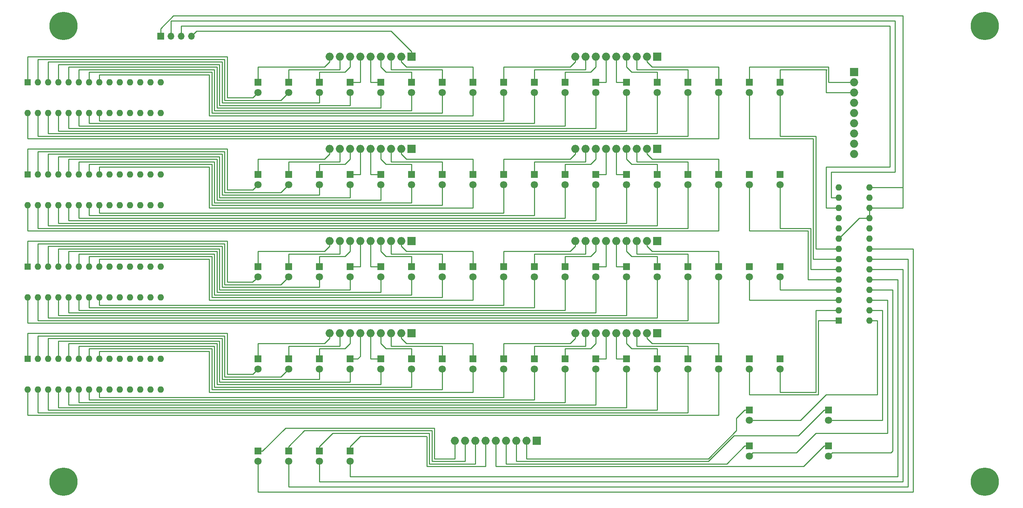
<source format=gbr>
G04 #@! TF.FileFunction,Copper,L2,Bot,Signal*
%FSLAX46Y46*%
G04 Gerber Fmt 4.6, Leading zero omitted, Abs format (unit mm)*
G04 Created by KiCad (PCBNEW 4.0.6) date 08/19/17 22:28:35*
%MOMM*%
%LPD*%
G01*
G04 APERTURE LIST*
%ADD10C,0.100000*%
%ADD11R,1.600000X1.600000*%
%ADD12O,1.600000X1.600000*%
%ADD13R,1.800000X1.800000*%
%ADD14C,1.800000*%
%ADD15R,1.700000X1.700000*%
%ADD16O,1.700000X1.700000*%
%ADD17O,1.998980X1.998980*%
%ADD18R,1.998980X1.998980*%
%ADD19C,7.000000*%
%ADD20C,0.250000*%
G04 APERTURE END LIST*
D10*
D11*
X219710000Y-96520000D03*
D12*
X227330000Y-63500000D03*
X219710000Y-93980000D03*
X227330000Y-66040000D03*
X219710000Y-91440000D03*
X227330000Y-68580000D03*
X219710000Y-88900000D03*
X227330000Y-71120000D03*
X219710000Y-86360000D03*
X227330000Y-73660000D03*
X219710000Y-83820000D03*
X227330000Y-76200000D03*
X219710000Y-81280000D03*
X227330000Y-78740000D03*
X219710000Y-78740000D03*
X227330000Y-81280000D03*
X219710000Y-76200000D03*
X227330000Y-83820000D03*
X219710000Y-73660000D03*
X227330000Y-86360000D03*
X219710000Y-71120000D03*
X227330000Y-88900000D03*
X219710000Y-68580000D03*
X227330000Y-91440000D03*
X219710000Y-66040000D03*
X227330000Y-93980000D03*
X219710000Y-63500000D03*
X227330000Y-96520000D03*
D13*
X217170000Y-127635000D03*
D14*
X217170000Y-130175000D03*
D13*
X217170000Y-118745000D03*
D14*
X217170000Y-121285000D03*
D13*
X197485000Y-127635000D03*
D14*
X197485000Y-130175000D03*
D13*
X197485000Y-118745000D03*
D14*
X197485000Y-121285000D03*
D13*
X75565000Y-37465000D03*
D14*
X75565000Y-40005000D03*
D13*
X83185000Y-37465000D03*
D14*
X83185000Y-40005000D03*
D13*
X90805000Y-37465000D03*
D14*
X90805000Y-40005000D03*
D13*
X98425000Y-37465000D03*
D14*
X98425000Y-40005000D03*
D13*
X106045000Y-37465000D03*
D14*
X106045000Y-40005000D03*
D13*
X113665000Y-37465000D03*
D14*
X113665000Y-40005000D03*
D13*
X121285000Y-37465000D03*
D14*
X121285000Y-40005000D03*
D13*
X128905000Y-37465000D03*
D14*
X128905000Y-40005000D03*
D13*
X136525000Y-37465000D03*
D14*
X136525000Y-40005000D03*
D13*
X144145000Y-37465000D03*
D14*
X144145000Y-40005000D03*
D13*
X151765000Y-37465000D03*
D14*
X151765000Y-40005000D03*
D13*
X159385000Y-37465000D03*
D14*
X159385000Y-40005000D03*
D13*
X167005000Y-37465000D03*
D14*
X167005000Y-40005000D03*
D13*
X174625000Y-37465000D03*
D14*
X174625000Y-40005000D03*
D13*
X182245000Y-37465000D03*
D14*
X182245000Y-40005000D03*
D13*
X189865000Y-37465000D03*
D14*
X189865000Y-40005000D03*
D13*
X197485000Y-37465000D03*
D14*
X197485000Y-40005000D03*
D13*
X205105000Y-37465000D03*
D14*
X205105000Y-40005000D03*
D13*
X75565000Y-83185000D03*
D14*
X75565000Y-85725000D03*
D13*
X83185000Y-83185000D03*
D14*
X83185000Y-85725000D03*
D13*
X90805000Y-83185000D03*
D14*
X90805000Y-85725000D03*
D13*
X98425000Y-83185000D03*
D14*
X98425000Y-85725000D03*
D13*
X106045000Y-83185000D03*
D14*
X106045000Y-85725000D03*
D13*
X113665000Y-83185000D03*
D14*
X113665000Y-85725000D03*
D13*
X121285000Y-83185000D03*
D14*
X121285000Y-85725000D03*
D13*
X128905000Y-83185000D03*
D14*
X128905000Y-85725000D03*
D13*
X136525000Y-83185000D03*
D14*
X136525000Y-85725000D03*
D13*
X144145000Y-83185000D03*
D14*
X144145000Y-85725000D03*
D13*
X151765000Y-83185000D03*
D14*
X151765000Y-85725000D03*
D13*
X159385000Y-83185000D03*
D14*
X159385000Y-85725000D03*
D13*
X167005000Y-83185000D03*
D14*
X167005000Y-85725000D03*
D13*
X174625000Y-83185000D03*
D14*
X174625000Y-85725000D03*
D13*
X182245000Y-83185000D03*
D14*
X182245000Y-85725000D03*
D13*
X189865000Y-83185000D03*
D14*
X189865000Y-85725000D03*
D13*
X197485000Y-83185000D03*
D14*
X197485000Y-85725000D03*
D13*
X205105000Y-83185000D03*
D14*
X205105000Y-85725000D03*
D13*
X75565000Y-60325000D03*
D14*
X75565000Y-62865000D03*
D13*
X83185000Y-60325000D03*
D14*
X83185000Y-62865000D03*
D13*
X90805000Y-60325000D03*
D14*
X90805000Y-62865000D03*
D13*
X98425000Y-60325000D03*
D14*
X98425000Y-62865000D03*
D13*
X106045000Y-60325000D03*
D14*
X106045000Y-62865000D03*
D13*
X113665000Y-60325000D03*
D14*
X113665000Y-62865000D03*
D13*
X121285000Y-60325000D03*
D14*
X121285000Y-62865000D03*
D13*
X128905000Y-60325000D03*
D14*
X128905000Y-62865000D03*
D13*
X136525000Y-60325000D03*
D14*
X136525000Y-62865000D03*
D13*
X144145000Y-60325000D03*
D14*
X144145000Y-62865000D03*
D13*
X151765000Y-60325000D03*
D14*
X151765000Y-62865000D03*
D13*
X159385000Y-60325000D03*
D14*
X159385000Y-62865000D03*
D13*
X167005000Y-60325000D03*
D14*
X167005000Y-62865000D03*
D13*
X174625000Y-60325000D03*
D14*
X174625000Y-62865000D03*
D13*
X182245000Y-60325000D03*
D14*
X182245000Y-62865000D03*
D13*
X189865000Y-60325000D03*
D14*
X189865000Y-62865000D03*
D13*
X197485000Y-60325000D03*
D14*
X197485000Y-62865000D03*
D13*
X205105000Y-60325000D03*
D14*
X205105000Y-62865000D03*
D13*
X75565000Y-106045000D03*
D14*
X75565000Y-108585000D03*
D13*
X83185000Y-106045000D03*
D14*
X83185000Y-108585000D03*
D13*
X90805000Y-106045000D03*
D14*
X90805000Y-108585000D03*
D13*
X98425000Y-106045000D03*
D14*
X98425000Y-108585000D03*
D13*
X106045000Y-106045000D03*
D14*
X106045000Y-108585000D03*
D13*
X113665000Y-106045000D03*
D14*
X113665000Y-108585000D03*
D13*
X121285000Y-106045000D03*
D14*
X121285000Y-108585000D03*
D13*
X128905000Y-106045000D03*
D14*
X128905000Y-108585000D03*
D13*
X136525000Y-106045000D03*
D14*
X136525000Y-108585000D03*
D13*
X144145000Y-106045000D03*
D14*
X144145000Y-108585000D03*
D13*
X151765000Y-106045000D03*
D14*
X151765000Y-108585000D03*
D13*
X159385000Y-106045000D03*
D14*
X159385000Y-108585000D03*
D13*
X167005000Y-106045000D03*
D14*
X167005000Y-108585000D03*
D13*
X174625000Y-106045000D03*
D14*
X174625000Y-108585000D03*
D13*
X182245000Y-106045000D03*
D14*
X182245000Y-108585000D03*
D13*
X189865000Y-106045000D03*
D14*
X189865000Y-108585000D03*
D13*
X197485000Y-106045000D03*
D14*
X197485000Y-108585000D03*
D13*
X205105000Y-106045000D03*
D14*
X205105000Y-108585000D03*
D13*
X75565000Y-128905000D03*
D14*
X75565000Y-131445000D03*
D13*
X83185000Y-128905000D03*
D14*
X83185000Y-131445000D03*
D13*
X90805000Y-128905000D03*
D14*
X90805000Y-131445000D03*
D13*
X98425000Y-128905000D03*
D14*
X98425000Y-131445000D03*
D15*
X51435000Y-26035000D03*
D16*
X53975000Y-26035000D03*
X56515000Y-26035000D03*
X59055000Y-26035000D03*
D17*
X106045000Y-31115000D03*
D18*
X113665000Y-31115000D03*
D17*
X111125000Y-31115000D03*
X108585000Y-31115000D03*
X103505000Y-31115000D03*
X100965000Y-31115000D03*
X98425000Y-31115000D03*
X95885000Y-31115000D03*
X93345000Y-31115000D03*
X167005000Y-31115000D03*
D18*
X174625000Y-31115000D03*
D17*
X172085000Y-31115000D03*
X169545000Y-31115000D03*
X164465000Y-31115000D03*
X161925000Y-31115000D03*
X159385000Y-31115000D03*
X156845000Y-31115000D03*
X154305000Y-31115000D03*
X106045000Y-76835000D03*
D18*
X113665000Y-76835000D03*
D17*
X111125000Y-76835000D03*
X108585000Y-76835000D03*
X103505000Y-76835000D03*
X100965000Y-76835000D03*
X98425000Y-76835000D03*
X95885000Y-76835000D03*
X93345000Y-76835000D03*
X167005000Y-76835000D03*
D18*
X174625000Y-76835000D03*
D17*
X172085000Y-76835000D03*
X169545000Y-76835000D03*
X164465000Y-76835000D03*
X161925000Y-76835000D03*
X159385000Y-76835000D03*
X156845000Y-76835000D03*
X154305000Y-76835000D03*
X106045000Y-53975000D03*
D18*
X113665000Y-53975000D03*
D17*
X111125000Y-53975000D03*
X108585000Y-53975000D03*
X103505000Y-53975000D03*
X100965000Y-53975000D03*
X98425000Y-53975000D03*
X95885000Y-53975000D03*
X93345000Y-53975000D03*
X167005000Y-53975000D03*
D18*
X174625000Y-53975000D03*
D17*
X172085000Y-53975000D03*
X169545000Y-53975000D03*
X164465000Y-53975000D03*
X161925000Y-53975000D03*
X159385000Y-53975000D03*
X156845000Y-53975000D03*
X154305000Y-53975000D03*
X106045000Y-99695000D03*
D18*
X113665000Y-99695000D03*
D17*
X111125000Y-99695000D03*
X108585000Y-99695000D03*
X103505000Y-99695000D03*
X100965000Y-99695000D03*
X98425000Y-99695000D03*
X95885000Y-99695000D03*
X93345000Y-99695000D03*
X167005000Y-99695000D03*
D18*
X174625000Y-99695000D03*
D17*
X172085000Y-99695000D03*
X169545000Y-99695000D03*
X164465000Y-99695000D03*
X161925000Y-99695000D03*
X159385000Y-99695000D03*
X156845000Y-99695000D03*
X154305000Y-99695000D03*
X223520000Y-42545000D03*
D18*
X223520000Y-34925000D03*
D17*
X223520000Y-37465000D03*
X223520000Y-40005000D03*
X223520000Y-45085000D03*
X223520000Y-47625000D03*
X223520000Y-50165000D03*
X223520000Y-52705000D03*
X223520000Y-55245000D03*
X137160000Y-126365000D03*
D18*
X144780000Y-126365000D03*
D17*
X142240000Y-126365000D03*
X139700000Y-126365000D03*
X134620000Y-126365000D03*
X132080000Y-126365000D03*
X129540000Y-126365000D03*
X127000000Y-126365000D03*
X124460000Y-126365000D03*
D11*
X18415000Y-37465000D03*
D12*
X51435000Y-45085000D03*
X20955000Y-37465000D03*
X48895000Y-45085000D03*
X23495000Y-37465000D03*
X46355000Y-45085000D03*
X26035000Y-37465000D03*
X43815000Y-45085000D03*
X28575000Y-37465000D03*
X41275000Y-45085000D03*
X31115000Y-37465000D03*
X38735000Y-45085000D03*
X33655000Y-37465000D03*
X36195000Y-45085000D03*
X36195000Y-37465000D03*
X33655000Y-45085000D03*
X38735000Y-37465000D03*
X31115000Y-45085000D03*
X41275000Y-37465000D03*
X28575000Y-45085000D03*
X43815000Y-37465000D03*
X26035000Y-45085000D03*
X46355000Y-37465000D03*
X23495000Y-45085000D03*
X48895000Y-37465000D03*
X20955000Y-45085000D03*
X51435000Y-37465000D03*
X18415000Y-45085000D03*
D11*
X18415000Y-83185000D03*
D12*
X51435000Y-90805000D03*
X20955000Y-83185000D03*
X48895000Y-90805000D03*
X23495000Y-83185000D03*
X46355000Y-90805000D03*
X26035000Y-83185000D03*
X43815000Y-90805000D03*
X28575000Y-83185000D03*
X41275000Y-90805000D03*
X31115000Y-83185000D03*
X38735000Y-90805000D03*
X33655000Y-83185000D03*
X36195000Y-90805000D03*
X36195000Y-83185000D03*
X33655000Y-90805000D03*
X38735000Y-83185000D03*
X31115000Y-90805000D03*
X41275000Y-83185000D03*
X28575000Y-90805000D03*
X43815000Y-83185000D03*
X26035000Y-90805000D03*
X46355000Y-83185000D03*
X23495000Y-90805000D03*
X48895000Y-83185000D03*
X20955000Y-90805000D03*
X51435000Y-83185000D03*
X18415000Y-90805000D03*
D11*
X18415000Y-60325000D03*
D12*
X51435000Y-67945000D03*
X20955000Y-60325000D03*
X48895000Y-67945000D03*
X23495000Y-60325000D03*
X46355000Y-67945000D03*
X26035000Y-60325000D03*
X43815000Y-67945000D03*
X28575000Y-60325000D03*
X41275000Y-67945000D03*
X31115000Y-60325000D03*
X38735000Y-67945000D03*
X33655000Y-60325000D03*
X36195000Y-67945000D03*
X36195000Y-60325000D03*
X33655000Y-67945000D03*
X38735000Y-60325000D03*
X31115000Y-67945000D03*
X41275000Y-60325000D03*
X28575000Y-67945000D03*
X43815000Y-60325000D03*
X26035000Y-67945000D03*
X46355000Y-60325000D03*
X23495000Y-67945000D03*
X48895000Y-60325000D03*
X20955000Y-67945000D03*
X51435000Y-60325000D03*
X18415000Y-67945000D03*
D11*
X18415000Y-106045000D03*
D12*
X51435000Y-113665000D03*
X20955000Y-106045000D03*
X48895000Y-113665000D03*
X23495000Y-106045000D03*
X46355000Y-113665000D03*
X26035000Y-106045000D03*
X43815000Y-113665000D03*
X28575000Y-106045000D03*
X41275000Y-113665000D03*
X31115000Y-106045000D03*
X38735000Y-113665000D03*
X33655000Y-106045000D03*
X36195000Y-113665000D03*
X36195000Y-106045000D03*
X33655000Y-113665000D03*
X38735000Y-106045000D03*
X31115000Y-113665000D03*
X41275000Y-106045000D03*
X28575000Y-113665000D03*
X43815000Y-106045000D03*
X26035000Y-113665000D03*
X46355000Y-106045000D03*
X23495000Y-113665000D03*
X48895000Y-106045000D03*
X20955000Y-113665000D03*
X51435000Y-106045000D03*
X18415000Y-113665000D03*
D19*
X27305000Y-136525000D03*
X27305000Y-23495000D03*
X255905000Y-23495000D03*
X255905000Y-136525000D03*
D20*
X217170000Y-127635000D02*
X216020000Y-127635000D01*
X216020000Y-127635000D02*
X210940000Y-132715000D01*
X210940000Y-132715000D02*
X134620000Y-132715000D01*
X134620000Y-132715000D02*
X134620000Y-126365000D01*
X233045000Y-88900000D02*
X227330000Y-88900000D01*
X233045000Y-128905000D02*
X233045000Y-88900000D01*
X232674999Y-129275001D02*
X233045000Y-128905000D01*
X217170000Y-130175000D02*
X218069999Y-129275001D01*
X218069999Y-129275001D02*
X232674999Y-129275001D01*
X217170000Y-118745000D02*
X216020000Y-118745000D01*
X216020000Y-118745000D02*
X209670000Y-125095000D01*
X187325000Y-131445000D02*
X139700000Y-131445000D01*
X209670000Y-125095000D02*
X193675000Y-125095000D01*
X193675000Y-125095000D02*
X187325000Y-131445000D01*
X139700000Y-131445000D02*
X139700000Y-126365000D01*
X230505000Y-93980000D02*
X227330000Y-93980000D01*
X230505000Y-121285000D02*
X230505000Y-93980000D01*
X217170000Y-121285000D02*
X230505000Y-121285000D01*
X197485000Y-127635000D02*
X196335000Y-127635000D01*
X196335000Y-127635000D02*
X191890000Y-132080000D01*
X191890000Y-132080000D02*
X137160000Y-132080000D01*
X137160000Y-132080000D02*
X137160000Y-126365000D01*
X197485000Y-130175000D02*
X198384999Y-129275001D01*
X198384999Y-129275001D02*
X209179999Y-129275001D01*
X209179999Y-129275001D02*
X213995000Y-124460000D01*
X231775000Y-91440000D02*
X227330000Y-91440000D01*
X213995000Y-124460000D02*
X231775000Y-124460000D01*
X231775000Y-124460000D02*
X231775000Y-91440000D01*
X194310000Y-123823590D02*
X194310000Y-120770000D01*
X194310000Y-120770000D02*
X196335000Y-118745000D01*
X196335000Y-118745000D02*
X197485000Y-118745000D01*
X187323590Y-130810000D02*
X194310000Y-123823590D01*
X142240000Y-130810000D02*
X187323590Y-130810000D01*
X142240000Y-126365000D02*
X142240000Y-130810000D01*
X229235000Y-96520000D02*
X227330000Y-96520000D01*
X229235000Y-114935000D02*
X229235000Y-96520000D01*
X216535000Y-114935000D02*
X229235000Y-114935000D01*
X210185000Y-121285000D02*
X216535000Y-114935000D01*
X197485000Y-121285000D02*
X210185000Y-121285000D01*
X75565000Y-37465000D02*
X75565000Y-33655000D01*
X75565000Y-33655000D02*
X92075000Y-33655000D01*
X92075000Y-33655000D02*
X93345000Y-32385000D01*
X93345000Y-32385000D02*
X93345000Y-31115000D01*
X75565000Y-40005000D02*
X74295000Y-41275000D01*
X67945000Y-31115000D02*
X18415000Y-31115000D01*
X74295000Y-41275000D02*
X67945000Y-41275000D01*
X67945000Y-41275000D02*
X67945000Y-31115000D01*
X18415000Y-31115000D02*
X18415000Y-37465000D01*
X83185000Y-37465000D02*
X83185000Y-34290000D01*
X83185000Y-34290000D02*
X95885000Y-34290000D01*
X95885000Y-34290000D02*
X95885000Y-31115000D01*
X83185000Y-40005000D02*
X81280000Y-41910000D01*
X81280000Y-41910000D02*
X67310000Y-41910000D01*
X67310000Y-41910000D02*
X67310000Y-31750000D01*
X67310000Y-31750000D02*
X20955000Y-31750000D01*
X20955000Y-31750000D02*
X20955000Y-37465000D01*
X90805000Y-37465000D02*
X90805000Y-34925000D01*
X90805000Y-34925000D02*
X97155000Y-34925000D01*
X97155000Y-34925000D02*
X98425000Y-33655000D01*
X98425000Y-33655000D02*
X98425000Y-31115000D01*
X90805000Y-40005000D02*
X90805000Y-42545000D01*
X66675000Y-32385000D02*
X23495000Y-32385000D01*
X90805000Y-42545000D02*
X66675000Y-42545000D01*
X66675000Y-42545000D02*
X66675000Y-32385000D01*
X23495000Y-32385000D02*
X23495000Y-37465000D01*
X100965000Y-37465000D02*
X100965000Y-31115000D01*
X98425000Y-37465000D02*
X100965000Y-37465000D01*
X98425000Y-40005000D02*
X98425000Y-43180000D01*
X66040000Y-33020000D02*
X26035000Y-33020000D01*
X66040000Y-43180000D02*
X66040000Y-33020000D01*
X98425000Y-43180000D02*
X66040000Y-43180000D01*
X26035000Y-33020000D02*
X26035000Y-37465000D01*
X103505000Y-37465000D02*
X103505000Y-31115000D01*
X106045000Y-37465000D02*
X103505000Y-37465000D01*
X28575000Y-37465000D02*
X28575000Y-33655000D01*
X106045000Y-43815000D02*
X106045000Y-40005000D01*
X65405000Y-43815000D02*
X106045000Y-43815000D01*
X65405000Y-33655000D02*
X65405000Y-43815000D01*
X28575000Y-33655000D02*
X65405000Y-33655000D01*
X113665000Y-37465000D02*
X113665000Y-34925000D01*
X113665000Y-34925000D02*
X107315000Y-34925000D01*
X107315000Y-34925000D02*
X106045000Y-33655000D01*
X106045000Y-33655000D02*
X106045000Y-31115000D01*
X113665000Y-40005000D02*
X113665000Y-44450000D01*
X31115000Y-34290000D02*
X31115000Y-37465000D01*
X64770000Y-34290000D02*
X31115000Y-34290000D01*
X64770000Y-44450000D02*
X64770000Y-34290000D01*
X113665000Y-44450000D02*
X64770000Y-44450000D01*
X121285000Y-37465000D02*
X121285000Y-34290000D01*
X121285000Y-34290000D02*
X108585000Y-34290000D01*
X108585000Y-34290000D02*
X108585000Y-31115000D01*
X33655000Y-37465000D02*
X33655000Y-34925000D01*
X33655000Y-34925000D02*
X64135000Y-34925000D01*
X64135000Y-34925000D02*
X64135000Y-45085000D01*
X64135000Y-45085000D02*
X121285000Y-45085000D01*
X121285000Y-45085000D02*
X121285000Y-40005000D01*
X128905000Y-37465000D02*
X128905000Y-33655000D01*
X111125000Y-32385000D02*
X111125000Y-31115000D01*
X112395000Y-33655000D02*
X111125000Y-32385000D01*
X128905000Y-33655000D02*
X112395000Y-33655000D01*
X128905000Y-40005000D02*
X128905000Y-45720000D01*
X63500000Y-35560000D02*
X36195000Y-35560000D01*
X63500000Y-45720000D02*
X63500000Y-35560000D01*
X128905000Y-45720000D02*
X63500000Y-45720000D01*
X36195000Y-35560000D02*
X36195000Y-37465000D01*
X136525000Y-37465000D02*
X136525000Y-33655000D01*
X154305000Y-32385000D02*
X154305000Y-31115000D01*
X153035000Y-33655000D02*
X154305000Y-32385000D01*
X136525000Y-33655000D02*
X153035000Y-33655000D01*
X136525000Y-40005000D02*
X136525000Y-46990000D01*
X136525000Y-46990000D02*
X36195000Y-46990000D01*
X36195000Y-46990000D02*
X36195000Y-45085000D01*
X144145000Y-37465000D02*
X144145000Y-34290000D01*
X144145000Y-34290000D02*
X156845000Y-34290000D01*
X156845000Y-34290000D02*
X156845000Y-31115000D01*
X144145000Y-40005000D02*
X144145000Y-47625000D01*
X144145000Y-47625000D02*
X33655000Y-47625000D01*
X33655000Y-47625000D02*
X33655000Y-45085000D01*
X151765000Y-37465000D02*
X151765000Y-34925000D01*
X151765000Y-34925000D02*
X158115000Y-34925000D01*
X158115000Y-34925000D02*
X159385000Y-33655000D01*
X159385000Y-33655000D02*
X159385000Y-31115000D01*
X151765000Y-40005000D02*
X151765000Y-48260000D01*
X151765000Y-48260000D02*
X31115000Y-48260000D01*
X31115000Y-48260000D02*
X31115000Y-45085000D01*
X159385000Y-37465000D02*
X161925000Y-37465000D01*
X161925000Y-37465000D02*
X161925000Y-31115000D01*
X159385000Y-40005000D02*
X159385000Y-48895000D01*
X159385000Y-48895000D02*
X28575000Y-48895000D01*
X28575000Y-48895000D02*
X28575000Y-45085000D01*
X167005000Y-37465000D02*
X164465000Y-37465000D01*
X164465000Y-37465000D02*
X164465000Y-31115000D01*
X167005000Y-40005000D02*
X167005000Y-49530000D01*
X167005000Y-49530000D02*
X26035000Y-49530000D01*
X26035000Y-49530000D02*
X26035000Y-45085000D01*
X174625000Y-37465000D02*
X174625000Y-34925000D01*
X174625000Y-34925000D02*
X168275000Y-34925000D01*
X168275000Y-34925000D02*
X167005000Y-33655000D01*
X167005000Y-33655000D02*
X167005000Y-31115000D01*
X174625000Y-40005000D02*
X174625000Y-50165000D01*
X174625000Y-50165000D02*
X23495000Y-50165000D01*
X23495000Y-50165000D02*
X23495000Y-45085000D01*
X182245000Y-37465000D02*
X182245000Y-34290000D01*
X182245000Y-34290000D02*
X169545000Y-34290000D01*
X169545000Y-34290000D02*
X169545000Y-31115000D01*
X182245000Y-40005000D02*
X182245000Y-50800000D01*
X182245000Y-50800000D02*
X20955000Y-50800000D01*
X20955000Y-50800000D02*
X20955000Y-45085000D01*
X189865000Y-37465000D02*
X189865000Y-33655000D01*
X172085000Y-32385000D02*
X172085000Y-31115000D01*
X173355000Y-33655000D02*
X172085000Y-32385000D01*
X189865000Y-33655000D02*
X173355000Y-33655000D01*
X189865000Y-40005000D02*
X189865000Y-51435000D01*
X189865000Y-51435000D02*
X18415000Y-51435000D01*
X18415000Y-51435000D02*
X18415000Y-45085000D01*
X197485000Y-37465000D02*
X197485000Y-33655000D01*
X217170000Y-37465000D02*
X223520000Y-37465000D01*
X217170000Y-33655000D02*
X217170000Y-37465000D01*
X197485000Y-33655000D02*
X217170000Y-33655000D01*
X197485000Y-40005000D02*
X197485000Y-51435000D01*
X197485000Y-51435000D02*
X213360000Y-51435000D01*
X213360000Y-51435000D02*
X213360000Y-81280000D01*
X213360000Y-81280000D02*
X219710000Y-81280000D01*
X205105000Y-37465000D02*
X205105000Y-34290000D01*
X216535000Y-40005000D02*
X223520000Y-40005000D01*
X216535000Y-34474998D02*
X216535000Y-40005000D01*
X216719998Y-34290000D02*
X216535000Y-34474998D01*
X205105000Y-34290000D02*
X216719998Y-34290000D01*
X219710000Y-78740000D02*
X213995000Y-78740000D01*
X213995000Y-78740000D02*
X213995000Y-50800000D01*
X213995000Y-50800000D02*
X205105000Y-50800000D01*
X205105000Y-50800000D02*
X205105000Y-40005000D01*
X75565000Y-83185000D02*
X75565000Y-79375000D01*
X93345000Y-78105000D02*
X93345000Y-76835000D01*
X92075000Y-79375000D02*
X93345000Y-78105000D01*
X75565000Y-79375000D02*
X92075000Y-79375000D01*
X75565000Y-85725000D02*
X74665001Y-86624999D01*
X74665001Y-86624999D02*
X74559999Y-86624999D01*
X74559999Y-86624999D02*
X74189998Y-86995000D01*
X74189998Y-86995000D02*
X67945000Y-86995000D01*
X18415000Y-76835000D02*
X18415000Y-83185000D01*
X67945000Y-86995000D02*
X67945000Y-76835000D01*
X67945000Y-76835000D02*
X18415000Y-76835000D01*
X83185000Y-83185000D02*
X83185000Y-80010000D01*
X83185000Y-80010000D02*
X95885000Y-80010000D01*
X95885000Y-80010000D02*
X95885000Y-76835000D01*
X83185000Y-85725000D02*
X81280000Y-87630000D01*
X81280000Y-87630000D02*
X67310000Y-87630000D01*
X67310000Y-87630000D02*
X67310000Y-77470000D01*
X67310000Y-77470000D02*
X20955000Y-77470000D01*
X20955000Y-77470000D02*
X20955000Y-83185000D01*
X90805000Y-83185000D02*
X90805000Y-80645000D01*
X90805000Y-80645000D02*
X97155000Y-80645000D01*
X98425000Y-79375000D02*
X98425000Y-76835000D01*
X97155000Y-80645000D02*
X98425000Y-79375000D01*
X90805000Y-88265000D02*
X90805000Y-85725000D01*
X23495000Y-83185000D02*
X23495000Y-78105000D01*
X23495000Y-78105000D02*
X66675000Y-78105000D01*
X66675000Y-78105000D02*
X66675000Y-88265000D01*
X66675000Y-88265000D02*
X90805000Y-88265000D01*
X98425000Y-83185000D02*
X100965000Y-83185000D01*
X100965000Y-83185000D02*
X100965000Y-76835000D01*
X26035000Y-83185000D02*
X26035000Y-78740000D01*
X26035000Y-78740000D02*
X66040000Y-78740000D01*
X66040000Y-78740000D02*
X66040000Y-88900000D01*
X66040000Y-88900000D02*
X98425000Y-88900000D01*
X98425000Y-88900000D02*
X98425000Y-85725000D01*
X106045000Y-83185000D02*
X103505000Y-83185000D01*
X103505000Y-83185000D02*
X103505000Y-76835000D01*
X106045000Y-89535000D02*
X106045000Y-85725000D01*
X65405000Y-89535000D02*
X106045000Y-89535000D01*
X65405000Y-79375000D02*
X65405000Y-89535000D01*
X28575000Y-79375000D02*
X65405000Y-79375000D01*
X28575000Y-83185000D02*
X28575000Y-79375000D01*
X113665000Y-83185000D02*
X113665000Y-80645000D01*
X113665000Y-80645000D02*
X107315000Y-80645000D01*
X107315000Y-80645000D02*
X106045000Y-79375000D01*
X106045000Y-79375000D02*
X106045000Y-76835000D01*
X113665000Y-90170000D02*
X113665000Y-85725000D01*
X64770000Y-90170000D02*
X113665000Y-90170000D01*
X64770000Y-80010000D02*
X64770000Y-90170000D01*
X31115000Y-80010000D02*
X64770000Y-80010000D01*
X31115000Y-83185000D02*
X31115000Y-80010000D01*
X121285000Y-83185000D02*
X121285000Y-80010000D01*
X121285000Y-80010000D02*
X108585000Y-80010000D01*
X108585000Y-80010000D02*
X108585000Y-76835000D01*
X33655000Y-83185000D02*
X33655000Y-80645000D01*
X33655000Y-80645000D02*
X64135000Y-80645000D01*
X64135000Y-80645000D02*
X64135000Y-90805000D01*
X64135000Y-90805000D02*
X121285000Y-90805000D01*
X121285000Y-90805000D02*
X121285000Y-85725000D01*
X128905000Y-83185000D02*
X128905000Y-79375000D01*
X111125000Y-78105000D02*
X111125000Y-76835000D01*
X112395000Y-79375000D02*
X111125000Y-78105000D01*
X128905000Y-79375000D02*
X112395000Y-79375000D01*
X36195000Y-83185000D02*
X36195000Y-81280000D01*
X36195000Y-81280000D02*
X63500000Y-81280000D01*
X63500000Y-81280000D02*
X63500000Y-91440000D01*
X128905000Y-91440000D02*
X128905000Y-85725000D01*
X63500000Y-91440000D02*
X128905000Y-91440000D01*
X136525000Y-83185000D02*
X136525000Y-79375000D01*
X154305000Y-78105000D02*
X154305000Y-76835000D01*
X153035000Y-79375000D02*
X154305000Y-78105000D01*
X136525000Y-79375000D02*
X153035000Y-79375000D01*
X136525000Y-92710000D02*
X136525000Y-85725000D01*
X36195000Y-92710000D02*
X136525000Y-92710000D01*
X36195000Y-90805000D02*
X36195000Y-92710000D01*
X144145000Y-83185000D02*
X144145000Y-80010000D01*
X144145000Y-80010000D02*
X156845000Y-80010000D01*
X156845000Y-80010000D02*
X156845000Y-76835000D01*
X144145000Y-93345000D02*
X144145000Y-85725000D01*
X33655000Y-93345000D02*
X144145000Y-93345000D01*
X33655000Y-90805000D02*
X33655000Y-93345000D01*
X151765000Y-83185000D02*
X151765000Y-80645000D01*
X151765000Y-80645000D02*
X158115000Y-80645000D01*
X158115000Y-80645000D02*
X159385000Y-79375000D01*
X159385000Y-79375000D02*
X159385000Y-76835000D01*
X31115000Y-90805000D02*
X31115000Y-93980000D01*
X31115000Y-93980000D02*
X151765000Y-93980000D01*
X151765000Y-93980000D02*
X151765000Y-85725000D01*
X159385000Y-83185000D02*
X161925000Y-83185000D01*
X161925000Y-83185000D02*
X161925000Y-76835000D01*
X159385000Y-94615000D02*
X159385000Y-85725000D01*
X28575000Y-94615000D02*
X159385000Y-94615000D01*
X28575000Y-90805000D02*
X28575000Y-94615000D01*
X167005000Y-83185000D02*
X164465000Y-83185000D01*
X164465000Y-83185000D02*
X164465000Y-76835000D01*
X167005000Y-95250000D02*
X167005000Y-85725000D01*
X26035000Y-95250000D02*
X167005000Y-95250000D01*
X26035000Y-90805000D02*
X26035000Y-95250000D01*
X174625000Y-83185000D02*
X174625000Y-80645000D01*
X174625000Y-80645000D02*
X168275000Y-80645000D01*
X168275000Y-80645000D02*
X167005000Y-79375000D01*
X167005000Y-79375000D02*
X167005000Y-76835000D01*
X23495000Y-90805000D02*
X23495000Y-95885000D01*
X23495000Y-95885000D02*
X174625000Y-95885000D01*
X174625000Y-95885000D02*
X174625000Y-85725000D01*
X182245000Y-83185000D02*
X182245000Y-80010000D01*
X182245000Y-80010000D02*
X169545000Y-80010000D01*
X169545000Y-80010000D02*
X169545000Y-76835000D01*
X182245000Y-96520000D02*
X182245000Y-85725000D01*
X20955000Y-96520000D02*
X182245000Y-96520000D01*
X20955000Y-90805000D02*
X20955000Y-96520000D01*
X189865000Y-83185000D02*
X189865000Y-79375000D01*
X172085000Y-78105000D02*
X172085000Y-76835000D01*
X173355000Y-79375000D02*
X172085000Y-78105000D01*
X189865000Y-79375000D02*
X173355000Y-79375000D01*
X189865000Y-97155000D02*
X189865000Y-85725000D01*
X18415000Y-97155000D02*
X189865000Y-97155000D01*
X18415000Y-90805000D02*
X18415000Y-97155000D01*
X197485000Y-91440000D02*
X219710000Y-91440000D01*
X197485000Y-85725000D02*
X197485000Y-91440000D01*
X205105000Y-85725000D02*
X205105000Y-88900000D01*
X205105000Y-88900000D02*
X219710000Y-88900000D01*
X75565000Y-60325000D02*
X75565000Y-56515000D01*
X93345000Y-55245000D02*
X93345000Y-53975000D01*
X92075000Y-56515000D02*
X93345000Y-55245000D01*
X75565000Y-56515000D02*
X92075000Y-56515000D01*
X75565000Y-62865000D02*
X74295000Y-64135000D01*
X18415000Y-53975000D02*
X18415000Y-60325000D01*
X67945000Y-64135000D02*
X67945000Y-53975000D01*
X67945000Y-53975000D02*
X18415000Y-53975000D01*
X74295000Y-64135000D02*
X67945000Y-64135000D01*
X83185000Y-60325000D02*
X83185000Y-57150000D01*
X83185000Y-57150000D02*
X95885000Y-57150000D01*
X95885000Y-57150000D02*
X95885000Y-53975000D01*
X83185000Y-62865000D02*
X81280000Y-64770000D01*
X20955000Y-54610000D02*
X20955000Y-60325000D01*
X67310000Y-54610000D02*
X20955000Y-54610000D01*
X67310000Y-64770000D02*
X67310000Y-54610000D01*
X81280000Y-64770000D02*
X67310000Y-64770000D01*
X90805000Y-60325000D02*
X90805000Y-57785000D01*
X90805000Y-57785000D02*
X97155000Y-57785000D01*
X97155000Y-57785000D02*
X98425000Y-56515000D01*
X98425000Y-56515000D02*
X98425000Y-53975000D01*
X90805000Y-62865000D02*
X90805000Y-65405000D01*
X90805000Y-65405000D02*
X66675000Y-65405000D01*
X66675000Y-65405000D02*
X66675000Y-55245000D01*
X66675000Y-55245000D02*
X23495000Y-55245000D01*
X23495000Y-55245000D02*
X23495000Y-60325000D01*
X98425000Y-60325000D02*
X100965000Y-60325000D01*
X100965000Y-60325000D02*
X100965000Y-53975000D01*
X98425000Y-62865000D02*
X98425000Y-66040000D01*
X26035000Y-55880000D02*
X26035000Y-60325000D01*
X66040000Y-55880000D02*
X26035000Y-55880000D01*
X66040000Y-66040000D02*
X66040000Y-55880000D01*
X98425000Y-66040000D02*
X66040000Y-66040000D01*
X106045000Y-60325000D02*
X103505000Y-60325000D01*
X103505000Y-60325000D02*
X103505000Y-53975000D01*
X106045000Y-62865000D02*
X106045000Y-66675000D01*
X28575000Y-56515000D02*
X28575000Y-60325000D01*
X65405000Y-56515000D02*
X28575000Y-56515000D01*
X65405000Y-66675000D02*
X65405000Y-56515000D01*
X106045000Y-66675000D02*
X65405000Y-66675000D01*
X113665000Y-60325000D02*
X113665000Y-57785000D01*
X113665000Y-57785000D02*
X107315000Y-57785000D01*
X107315000Y-57785000D02*
X106045000Y-56515000D01*
X106045000Y-56515000D02*
X106045000Y-53975000D01*
X113665000Y-62865000D02*
X113665000Y-67310000D01*
X31115000Y-57150000D02*
X31115000Y-60325000D01*
X64770000Y-57150000D02*
X31115000Y-57150000D01*
X64770000Y-67310000D02*
X64770000Y-57150000D01*
X113665000Y-67310000D02*
X64770000Y-67310000D01*
X108585000Y-53975000D02*
X108585000Y-57150000D01*
X108585000Y-57150000D02*
X121285000Y-57150000D01*
X121285000Y-60325000D02*
X121285000Y-57150000D01*
X121285000Y-62865000D02*
X121285000Y-67945000D01*
X64135000Y-57785000D02*
X33655000Y-57785000D01*
X64135000Y-67945000D02*
X64135000Y-57785000D01*
X33655000Y-57785000D02*
X33655000Y-60325000D01*
X121285000Y-67945000D02*
X64135000Y-67945000D01*
X128905000Y-60325000D02*
X128905000Y-56515000D01*
X111125000Y-55245000D02*
X111125000Y-53975000D01*
X112395000Y-56515000D02*
X111125000Y-55245000D01*
X128905000Y-56515000D02*
X112395000Y-56515000D01*
X36195000Y-60325000D02*
X36195000Y-58420000D01*
X128905000Y-68580000D02*
X128905000Y-62865000D01*
X63500000Y-68580000D02*
X128905000Y-68580000D01*
X63500000Y-58420000D02*
X63500000Y-68580000D01*
X36195000Y-58420000D02*
X63500000Y-58420000D01*
X136525000Y-60325000D02*
X136525000Y-56515000D01*
X154305000Y-55245000D02*
X154305000Y-53975000D01*
X153035000Y-56515000D02*
X154305000Y-55245000D01*
X136525000Y-56515000D02*
X153035000Y-56515000D01*
X136525000Y-62865000D02*
X136525000Y-69850000D01*
X136525000Y-69850000D02*
X36195000Y-69850000D01*
X36195000Y-69850000D02*
X36195000Y-67945000D01*
X144145000Y-60325000D02*
X144145000Y-57150000D01*
X144145000Y-57150000D02*
X156845000Y-57150000D01*
X156845000Y-57150000D02*
X156845000Y-53975000D01*
X144145000Y-62865000D02*
X144145000Y-70485000D01*
X144145000Y-70485000D02*
X33655000Y-70485000D01*
X33655000Y-70485000D02*
X33655000Y-67945000D01*
X151765000Y-60325000D02*
X151765000Y-57785000D01*
X151765000Y-57785000D02*
X158115000Y-57785000D01*
X158115000Y-57785000D02*
X159385000Y-56515000D01*
X159385000Y-56515000D02*
X159385000Y-53975000D01*
X151765000Y-62865000D02*
X151765000Y-71120000D01*
X151765000Y-71120000D02*
X31115000Y-71120000D01*
X31115000Y-71120000D02*
X31115000Y-67945000D01*
X159385000Y-60325000D02*
X161925000Y-60325000D01*
X161925000Y-60325000D02*
X161925000Y-53975000D01*
X28575000Y-67945000D02*
X28575000Y-71755000D01*
X28575000Y-71755000D02*
X159385000Y-71755000D01*
X159385000Y-71755000D02*
X159385000Y-62865000D01*
X167005000Y-60325000D02*
X164465000Y-60325000D01*
X164465000Y-60325000D02*
X164465000Y-53975000D01*
X167005000Y-62865000D02*
X167005000Y-72390000D01*
X167005000Y-72390000D02*
X26035000Y-72390000D01*
X26035000Y-72390000D02*
X26035000Y-67945000D01*
X174625000Y-60325000D02*
X174625000Y-57785000D01*
X167005000Y-56515000D02*
X167005000Y-53975000D01*
X174625000Y-57785000D02*
X168275000Y-57785000D01*
X168275000Y-57785000D02*
X167005000Y-56515000D01*
X23495000Y-67945000D02*
X23495000Y-73025000D01*
X23495000Y-73025000D02*
X174625000Y-73025000D01*
X174625000Y-73025000D02*
X174625000Y-62865000D01*
X182245000Y-60325000D02*
X182245000Y-57150000D01*
X182245000Y-57150000D02*
X169545000Y-57150000D01*
X169545000Y-57150000D02*
X169545000Y-53975000D01*
X182245000Y-62865000D02*
X182245000Y-73660000D01*
X182245000Y-73660000D02*
X20955000Y-73660000D01*
X20955000Y-73660000D02*
X20955000Y-67945000D01*
X189865000Y-60325000D02*
X189865000Y-56515000D01*
X172085000Y-55245000D02*
X172085000Y-53975000D01*
X173355000Y-56515000D02*
X172085000Y-55245000D01*
X189865000Y-56515000D02*
X173355000Y-56515000D01*
X18415000Y-67945000D02*
X18415000Y-74295000D01*
X18415000Y-74295000D02*
X189865000Y-74295000D01*
X189865000Y-74295000D02*
X189865000Y-62865000D01*
X212090000Y-86360000D02*
X219710000Y-86360000D01*
X212090000Y-74295000D02*
X212090000Y-86360000D01*
X197485000Y-74295000D02*
X212090000Y-74295000D01*
X197485000Y-62865000D02*
X197485000Y-74295000D01*
X212725000Y-83820000D02*
X219710000Y-83820000D01*
X212725000Y-73660000D02*
X212725000Y-83820000D01*
X205105000Y-73660000D02*
X212725000Y-73660000D01*
X205105000Y-62865000D02*
X205105000Y-73660000D01*
X75565000Y-106045000D02*
X75565000Y-102235000D01*
X75565000Y-102235000D02*
X92075000Y-102235000D01*
X92075000Y-102235000D02*
X93345000Y-100965000D01*
X93345000Y-100965000D02*
X93345000Y-99695000D01*
X75565000Y-108585000D02*
X74295000Y-109855000D01*
X74295000Y-109855000D02*
X67945000Y-109855000D01*
X67945000Y-109855000D02*
X67945000Y-99695000D01*
X18415000Y-99695000D02*
X18415000Y-106045000D01*
X67945000Y-99695000D02*
X18415000Y-99695000D01*
X83185000Y-106045000D02*
X83185000Y-102870000D01*
X83185000Y-102870000D02*
X95885000Y-102870000D01*
X95885000Y-102870000D02*
X95885000Y-99695000D01*
X83185000Y-108585000D02*
X81280000Y-110490000D01*
X20955000Y-100330000D02*
X20955000Y-106045000D01*
X67310000Y-100330000D02*
X20955000Y-100330000D01*
X67310000Y-110490000D02*
X67310000Y-100330000D01*
X81280000Y-110490000D02*
X67310000Y-110490000D01*
X90805000Y-106045000D02*
X90805000Y-103505000D01*
X98425000Y-102235000D02*
X98425000Y-99695000D01*
X97155000Y-103505000D02*
X98425000Y-102235000D01*
X90805000Y-103505000D02*
X97155000Y-103505000D01*
X90805000Y-111125000D02*
X66675000Y-111125000D01*
X66675000Y-111125000D02*
X66675000Y-100965000D01*
X66675000Y-100965000D02*
X23495000Y-100965000D01*
X23495000Y-100965000D02*
X23495000Y-106045000D01*
X90805000Y-108585000D02*
X90805000Y-111125000D01*
X98425000Y-106045000D02*
X100330000Y-106045000D01*
X100965000Y-105410000D02*
X100965000Y-99695000D01*
X100330000Y-106045000D02*
X100965000Y-105410000D01*
X26035000Y-106045000D02*
X26035000Y-101600000D01*
X66040000Y-101600000D02*
X66040000Y-111760000D01*
X26035000Y-101600000D02*
X66040000Y-101600000D01*
X66040000Y-111760000D02*
X98425000Y-111760000D01*
X98425000Y-111760000D02*
X98425000Y-108585000D01*
X106045000Y-106045000D02*
X103505000Y-106045000D01*
X103505000Y-106045000D02*
X103505000Y-99695000D01*
X106045000Y-108585000D02*
X106045000Y-112395000D01*
X28575000Y-102235000D02*
X28575000Y-106045000D01*
X65405000Y-102235000D02*
X28575000Y-102235000D01*
X65405000Y-112395000D02*
X65405000Y-102235000D01*
X106045000Y-112395000D02*
X65405000Y-112395000D01*
X113665000Y-106045000D02*
X113665000Y-103505000D01*
X106045000Y-102235000D02*
X106045000Y-99695000D01*
X107315000Y-103505000D02*
X106045000Y-102235000D01*
X113665000Y-103505000D02*
X107315000Y-103505000D01*
X31115000Y-106045000D02*
X31115000Y-102870000D01*
X113665000Y-113030000D02*
X113665000Y-108585000D01*
X64770000Y-113030000D02*
X113665000Y-113030000D01*
X64770000Y-102870000D02*
X64770000Y-113030000D01*
X31115000Y-102870000D02*
X64770000Y-102870000D01*
X121285000Y-106045000D02*
X121285000Y-102870000D01*
X108585000Y-102870000D02*
X108585000Y-99695000D01*
X121285000Y-102870000D02*
X108585000Y-102870000D01*
X121285000Y-108585000D02*
X121285000Y-113665000D01*
X33655000Y-103505000D02*
X33655000Y-106045000D01*
X64135000Y-103505000D02*
X33655000Y-103505000D01*
X64135000Y-113665000D02*
X64135000Y-103505000D01*
X121285000Y-113665000D02*
X64135000Y-113665000D01*
X128905000Y-106045000D02*
X128905000Y-102235000D01*
X111125000Y-100965000D02*
X111125000Y-99695000D01*
X112395000Y-102235000D02*
X111125000Y-100965000D01*
X128905000Y-102235000D02*
X112395000Y-102235000D01*
X36195000Y-106045000D02*
X36195000Y-104140000D01*
X128905000Y-114300000D02*
X128905000Y-108585000D01*
X63500000Y-114300000D02*
X128905000Y-114300000D01*
X63500000Y-104140000D02*
X63500000Y-114300000D01*
X36195000Y-104140000D02*
X63500000Y-104140000D01*
X154305000Y-100965000D02*
X154305000Y-99695000D01*
X153035000Y-102235000D02*
X154305000Y-100965000D01*
X136525000Y-102235000D02*
X153035000Y-102235000D01*
X136525000Y-106045000D02*
X136525000Y-102235000D01*
X136525000Y-115570000D02*
X136525000Y-108585000D01*
X36195000Y-115570000D02*
X136525000Y-115570000D01*
X36195000Y-113665000D02*
X36195000Y-115570000D01*
X156845000Y-99695000D02*
X156845000Y-102870000D01*
X144145000Y-102870000D02*
X156845000Y-102870000D01*
X144145000Y-106045000D02*
X144145000Y-102870000D01*
X33655000Y-116205000D02*
X33655000Y-113665000D01*
X144145000Y-116205000D02*
X33655000Y-116205000D01*
X144145000Y-108585000D02*
X144145000Y-116205000D01*
X151765000Y-106045000D02*
X151765000Y-103505000D01*
X159385000Y-102235000D02*
X159385000Y-99695000D01*
X158115000Y-103505000D02*
X159385000Y-102235000D01*
X151765000Y-103505000D02*
X158115000Y-103505000D01*
X31115000Y-113665000D02*
X31115000Y-116840000D01*
X31115000Y-116840000D02*
X151765000Y-116840000D01*
X151765000Y-116840000D02*
X151765000Y-108585000D01*
X159385000Y-106045000D02*
X161925000Y-106045000D01*
X161925000Y-106045000D02*
X161925000Y-99695000D01*
X159385000Y-117475000D02*
X159385000Y-108585000D01*
X28575000Y-117475000D02*
X159385000Y-117475000D01*
X28575000Y-113665000D02*
X28575000Y-117475000D01*
X167005000Y-106045000D02*
X164465000Y-106045000D01*
X164465000Y-106045000D02*
X164465000Y-99695000D01*
X26035000Y-118110000D02*
X26035000Y-113665000D01*
X167005000Y-118110000D02*
X26035000Y-118110000D01*
X167005000Y-108585000D02*
X167005000Y-118110000D01*
X174625000Y-106045000D02*
X174625000Y-103505000D01*
X167005000Y-102235000D02*
X167005000Y-99695000D01*
X168275000Y-103505000D02*
X167005000Y-102235000D01*
X174625000Y-103505000D02*
X168275000Y-103505000D01*
X174625000Y-118745000D02*
X174625000Y-108585000D01*
X23495000Y-118745000D02*
X174625000Y-118745000D01*
X23495000Y-113665000D02*
X23495000Y-118745000D01*
X182245000Y-106045000D02*
X182245000Y-102870000D01*
X169545000Y-102870000D02*
X169545000Y-99695000D01*
X182245000Y-102870000D02*
X169545000Y-102870000D01*
X182245000Y-108585000D02*
X182245000Y-119380000D01*
X182245000Y-119380000D02*
X20955000Y-119380000D01*
X20955000Y-119380000D02*
X20955000Y-113665000D01*
X189865000Y-106045000D02*
X189865000Y-102235000D01*
X172085000Y-100965000D02*
X172085000Y-99695000D01*
X173355000Y-102235000D02*
X172085000Y-100965000D01*
X189865000Y-102235000D02*
X173355000Y-102235000D01*
X18415000Y-113665000D02*
X18415000Y-120015000D01*
X18415000Y-120015000D02*
X189865000Y-120015000D01*
X189865000Y-120015000D02*
X189865000Y-108585000D01*
X214630000Y-96520000D02*
X219710000Y-96520000D01*
X214630000Y-114935000D02*
X214630000Y-96520000D01*
X197485000Y-114935000D02*
X214630000Y-114935000D01*
X197485000Y-108585000D02*
X197485000Y-114935000D01*
X213995000Y-93980000D02*
X219710000Y-93980000D01*
X213995000Y-114300000D02*
X213995000Y-93980000D01*
X205105000Y-114300000D02*
X213995000Y-114300000D01*
X205105000Y-108585000D02*
X205105000Y-114300000D01*
X75565000Y-128905000D02*
X76715000Y-128905000D01*
X76715000Y-128905000D02*
X82430000Y-123190000D01*
X82430000Y-123190000D02*
X119380000Y-123190000D01*
X119380000Y-123190000D02*
X119380000Y-130810000D01*
X119380000Y-130810000D02*
X124460000Y-130810000D01*
X124460000Y-130810000D02*
X124460000Y-126365000D01*
X75565000Y-131445000D02*
X75565000Y-139065000D01*
X75565000Y-139065000D02*
X238125000Y-139065000D01*
X238125000Y-139065000D02*
X238125000Y-78740000D01*
X238125000Y-78740000D02*
X227330000Y-78740000D01*
X83185000Y-128905000D02*
X83185000Y-127755000D01*
X83185000Y-127755000D02*
X87115000Y-123825000D01*
X87115000Y-123825000D02*
X118745000Y-123825000D01*
X118745000Y-123825000D02*
X118745000Y-131445000D01*
X118745000Y-131445000D02*
X127000000Y-131445000D01*
X127000000Y-131445000D02*
X127000000Y-126365000D01*
X83185000Y-131445000D02*
X83185000Y-137795000D01*
X83185000Y-137795000D02*
X236855000Y-137795000D01*
X236855000Y-137795000D02*
X236855000Y-81280000D01*
X236855000Y-81280000D02*
X227330000Y-81280000D01*
X90805000Y-128905000D02*
X90805000Y-127755000D01*
X129540000Y-132080000D02*
X129540000Y-126365000D01*
X90805000Y-127755000D02*
X94100000Y-124460000D01*
X118110000Y-124460000D02*
X118110000Y-132080000D01*
X118110000Y-132080000D02*
X129540000Y-132080000D01*
X94100000Y-124460000D02*
X118110000Y-124460000D01*
X90805000Y-131445000D02*
X90805000Y-136525000D01*
X235585000Y-136525000D02*
X235585000Y-83820000D01*
X90805000Y-136525000D02*
X235585000Y-136525000D01*
X235585000Y-83820000D02*
X227330000Y-83820000D01*
X98425000Y-128905000D02*
X98425000Y-127755000D01*
X100965000Y-125215000D02*
X117355000Y-125215000D01*
X117475000Y-125335000D02*
X117475000Y-132715000D01*
X98425000Y-127755000D02*
X100965000Y-125215000D01*
X117355000Y-125215000D02*
X117475000Y-125335000D01*
X117475000Y-132715000D02*
X132080000Y-132715000D01*
X132080000Y-132715000D02*
X132080000Y-126365000D01*
X98425000Y-131445000D02*
X98425000Y-135255000D01*
X98425000Y-135255000D02*
X234315000Y-135255000D01*
X234315000Y-135255000D02*
X234315000Y-86360000D01*
X234315000Y-86360000D02*
X227330000Y-86360000D01*
X235585000Y-63500000D02*
X235585000Y-20955000D01*
X235585000Y-20955000D02*
X54608590Y-20955000D01*
X51435000Y-24128590D02*
X51435000Y-24935000D01*
X54608590Y-20955000D02*
X51435000Y-24128590D01*
X51435000Y-24935000D02*
X51435000Y-26035000D01*
X227330000Y-71120000D02*
X224790000Y-71120000D01*
X224790000Y-71120000D02*
X219710000Y-76200000D01*
X227330000Y-68580000D02*
X227330000Y-71120000D01*
X235585000Y-68580000D02*
X227330000Y-68580000D01*
X235585000Y-63500000D02*
X235585000Y-68580000D01*
X227330000Y-63500000D02*
X235585000Y-63500000D01*
X56515000Y-26035000D02*
X56515000Y-23495000D01*
X56515000Y-23495000D02*
X232410000Y-23495000D01*
X232410000Y-58420000D02*
X216535000Y-58420000D01*
X232410000Y-23495000D02*
X232410000Y-58420000D01*
X216535000Y-58420000D02*
X216535000Y-68580000D01*
X216535000Y-68580000D02*
X219710000Y-68580000D01*
X53975000Y-26035000D02*
X53975000Y-22225000D01*
X53975000Y-22225000D02*
X233680000Y-22225000D01*
X233680000Y-22225000D02*
X233680000Y-59690000D01*
X233680000Y-59690000D02*
X217805000Y-59690000D01*
X217805000Y-59690000D02*
X217805000Y-66040000D01*
X217805000Y-66040000D02*
X219710000Y-66040000D01*
X59055000Y-26035000D02*
X60325000Y-24765000D01*
X108564490Y-24765000D02*
X113665000Y-29865510D01*
X60325000Y-24765000D02*
X108564490Y-24765000D01*
X113665000Y-29865510D02*
X113665000Y-31115000D01*
M02*

</source>
